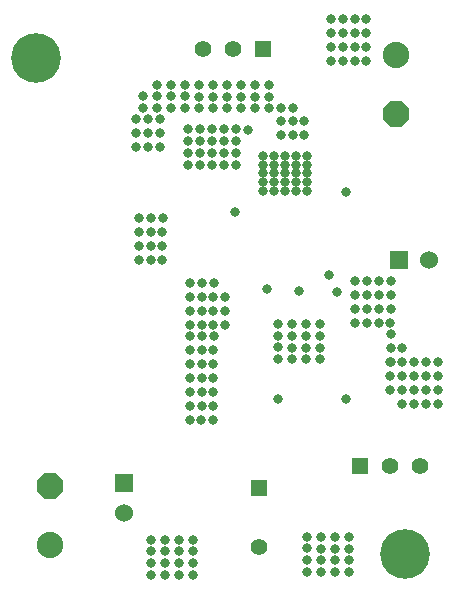
<source format=gbs>
G04*
G04 #@! TF.GenerationSoftware,Altium Limited,Altium Designer,21.6.4 (81)*
G04*
G04 Layer_Color=16711935*
%FSLAX44Y44*%
%MOMM*%
G71*
G04*
G04 #@! TF.SameCoordinates,349311D0-8F54-414D-B441-84A76E2CFB74*
G04*
G04*
G04 #@! TF.FilePolarity,Negative*
G04*
G01*
G75*
%ADD31R,1.4032X1.4032*%
%ADD32C,1.4032*%
%ADD33R,1.5240X1.5240*%
%ADD34C,1.5240*%
%ADD35R,1.5240X1.5240*%
%ADD36C,1.4212*%
%ADD37R,1.4212X1.4212*%
%ADD38C,2.2352*%
%ADD39P,2.4194X8X22.5*%
%ADD40C,0.8032*%
%ADD41C,4.2032*%
D31*
X228500Y96750D02*
D03*
D32*
Y46750D02*
D03*
D33*
X347300Y290000D02*
D03*
D34*
X372700D02*
D03*
X114500Y75550D02*
D03*
D35*
Y100950D02*
D03*
D36*
X364900Y115750D02*
D03*
X339500D02*
D03*
X181600Y468250D02*
D03*
X207000D02*
D03*
D37*
X314100Y115750D02*
D03*
X232400Y468250D02*
D03*
D38*
X52000Y48250D02*
D03*
X344500Y463250D02*
D03*
D39*
X52000Y98250D02*
D03*
X344500Y413250D02*
D03*
D40*
X130146Y428580D02*
D03*
X165764Y438470D02*
D03*
Y428470D02*
D03*
Y418470D02*
D03*
X153891D02*
D03*
Y428470D02*
D03*
Y438470D02*
D03*
X142018Y418470D02*
D03*
Y428470D02*
D03*
Y438470D02*
D03*
X130146Y418580D02*
D03*
X165764Y428470D02*
D03*
X201382Y438360D02*
D03*
Y428360D02*
D03*
Y418360D02*
D03*
X189509D02*
D03*
Y428360D02*
D03*
Y438360D02*
D03*
X177637Y418360D02*
D03*
Y428360D02*
D03*
Y438360D02*
D03*
X165764Y418470D02*
D03*
Y438470D02*
D03*
X219403Y400359D02*
D03*
X126890Y290132D02*
D03*
X235000Y265000D02*
D03*
X262465Y263801D02*
D03*
X295000Y262500D02*
D03*
X360000Y203755D02*
D03*
X350000D02*
D03*
X340000D02*
D03*
Y215627D02*
D03*
X350000D02*
D03*
X340000Y227500D02*
D03*
X350000Y215627D02*
D03*
X349890Y180009D02*
D03*
X339890D02*
D03*
Y191882D02*
D03*
X349890D02*
D03*
X359890D02*
D03*
X339890Y203755D02*
D03*
X349890D02*
D03*
X359890D02*
D03*
X340000Y215627D02*
D03*
X329890Y236882D02*
D03*
X320000Y272500D02*
D03*
X330000D02*
D03*
X340000D02*
D03*
Y260627D02*
D03*
X330000D02*
D03*
X320000D02*
D03*
X340000Y248755D02*
D03*
X330000D02*
D03*
X320000D02*
D03*
X339890Y236882D02*
D03*
X319890D02*
D03*
D03*
X310000Y272500D02*
D03*
X320000D02*
D03*
X330000D02*
D03*
Y260627D02*
D03*
X320000D02*
D03*
X310000D02*
D03*
X330000Y248755D02*
D03*
X320000D02*
D03*
X310000D02*
D03*
X329890Y236882D02*
D03*
X309890D02*
D03*
X179890Y154382D02*
D03*
X170000Y190000D02*
D03*
X180000D02*
D03*
X190000D02*
D03*
Y178127D02*
D03*
X180000D02*
D03*
X170000D02*
D03*
X190000Y166255D02*
D03*
X180000D02*
D03*
X170000D02*
D03*
X189890Y154382D02*
D03*
X169890D02*
D03*
X180110Y225618D02*
D03*
X190000Y190000D02*
D03*
X180000D02*
D03*
X170000D02*
D03*
Y201873D02*
D03*
X180000D02*
D03*
X190000D02*
D03*
X170000Y213745D02*
D03*
X180000D02*
D03*
X190000D02*
D03*
X170110Y225618D02*
D03*
X190110D02*
D03*
X302500Y172500D02*
D03*
Y347500D02*
D03*
X287500Y277500D02*
D03*
X267000Y395750D02*
D03*
X190000Y258745D02*
D03*
X180000Y246873D02*
D03*
X180110Y270618D02*
D03*
X190000Y246873D02*
D03*
X190110Y270618D02*
D03*
X200000Y246873D02*
D03*
Y258745D02*
D03*
X180000Y258745D02*
D03*
X256783Y235808D02*
D03*
X256783Y225808D02*
D03*
X268655Y235808D02*
D03*
X280528Y225808D02*
D03*
Y215808D02*
D03*
X256783D02*
D03*
X280528Y235808D02*
D03*
X244910Y225918D02*
D03*
X268655Y225808D02*
D03*
X244910Y235918D02*
D03*
X244910Y215918D02*
D03*
X268655Y215808D02*
D03*
X280528Y205808D02*
D03*
X256783D02*
D03*
X244910Y205918D02*
D03*
X268655Y205808D02*
D03*
X170110Y270618D02*
D03*
X146890Y313877D02*
D03*
X136890Y302005D02*
D03*
X146890Y290132D02*
D03*
Y302005D02*
D03*
X170000Y246873D02*
D03*
X136890Y290132D02*
D03*
X126890Y302005D02*
D03*
X170000Y258745D02*
D03*
X126890Y313877D02*
D03*
X136890D02*
D03*
X180000Y235000D02*
D03*
X208511Y330768D02*
D03*
X190000Y235000D02*
D03*
X200000Y235000D02*
D03*
X370000Y203755D02*
D03*
X379890Y191882D02*
D03*
X369890Y191882D02*
D03*
X380000Y203755D02*
D03*
X209500Y400750D02*
D03*
X232000Y378250D02*
D03*
X199175Y400750D02*
D03*
Y380750D02*
D03*
Y390750D02*
D03*
X209500Y380750D02*
D03*
Y390750D02*
D03*
X225127Y438250D02*
D03*
Y418250D02*
D03*
X237000D02*
D03*
Y428250D02*
D03*
X225127D02*
D03*
X237000Y438250D02*
D03*
X201382Y428360D02*
D03*
Y418360D02*
D03*
X213255Y428250D02*
D03*
Y418250D02*
D03*
Y438250D02*
D03*
X250750Y378250D02*
D03*
X257000Y407623D02*
D03*
Y395750D02*
D03*
X247000Y407623D02*
D03*
X247000Y418250D02*
D03*
X247000Y395750D02*
D03*
X241375Y378250D02*
D03*
X289610Y493868D02*
D03*
X127000Y325750D02*
D03*
X299610Y493868D02*
D03*
X241375Y370750D02*
D03*
X250750D02*
D03*
X232000D02*
D03*
X309500Y458250D02*
D03*
X201382Y438360D02*
D03*
X209500Y370750D02*
D03*
X188849Y400750D02*
D03*
X199175Y370750D02*
D03*
X232000Y355750D02*
D03*
X250750Y348250D02*
D03*
X241375Y355750D02*
D03*
Y363250D02*
D03*
X269500Y355750D02*
D03*
X232000Y363250D02*
D03*
Y348250D02*
D03*
X241375D02*
D03*
X260125D02*
D03*
Y363250D02*
D03*
X269500Y348250D02*
D03*
Y363250D02*
D03*
X250750Y355750D02*
D03*
X260125D02*
D03*
X250750Y363250D02*
D03*
X319500Y458250D02*
D03*
Y481996D02*
D03*
Y470123D02*
D03*
X309500Y481996D02*
D03*
X309610Y493868D02*
D03*
X309500Y470123D02*
D03*
X148873Y43140D02*
D03*
X269500Y45750D02*
D03*
X172618Y53140D02*
D03*
X269500Y35750D02*
D03*
X160746Y43140D02*
D03*
X160746Y53140D02*
D03*
X148873Y33140D02*
D03*
X172618D02*
D03*
X160746D02*
D03*
X172618Y43140D02*
D03*
X188849Y390750D02*
D03*
Y370750D02*
D03*
Y380750D02*
D03*
X178524Y390750D02*
D03*
Y370750D02*
D03*
Y380750D02*
D03*
X168199Y370750D02*
D03*
X160746Y23140D02*
D03*
X137000Y23250D02*
D03*
X147000Y325750D02*
D03*
X137000Y43250D02*
D03*
Y325750D02*
D03*
X178524Y400750D02*
D03*
X172618Y23140D02*
D03*
X148873D02*
D03*
X137000Y33250D02*
D03*
X305118Y25640D02*
D03*
Y45640D02*
D03*
X293246D02*
D03*
Y35640D02*
D03*
Y25640D02*
D03*
X305118Y35640D02*
D03*
X170000Y235000D02*
D03*
X148873Y53140D02*
D03*
X137000Y53250D02*
D03*
X369890Y180009D02*
D03*
X379890Y180009D02*
D03*
Y168136D02*
D03*
X359890Y180009D02*
D03*
X281373Y35640D02*
D03*
Y45640D02*
D03*
X281373Y55640D02*
D03*
X269500Y55750D02*
D03*
X289500Y481996D02*
D03*
Y458250D02*
D03*
Y470123D02*
D03*
X299500D02*
D03*
X267000Y407623D02*
D03*
X260125Y378250D02*
D03*
X257000Y418250D02*
D03*
X260125Y370750D02*
D03*
X269500D02*
D03*
X299500Y481996D02*
D03*
X269500Y378250D02*
D03*
X299500Y458250D02*
D03*
X134500Y385750D02*
D03*
Y409496D02*
D03*
X124500Y397623D02*
D03*
Y385750D02*
D03*
X144500Y409496D02*
D03*
Y397623D02*
D03*
Y385750D02*
D03*
X168199Y380750D02*
D03*
X134500Y397623D02*
D03*
X168199Y400750D02*
D03*
X124500Y409496D02*
D03*
X168199Y390750D02*
D03*
X305118Y55640D02*
D03*
X293246D02*
D03*
X359890Y168136D02*
D03*
X349890D02*
D03*
X319610Y493868D02*
D03*
X281373Y25640D02*
D03*
X245000Y172500D02*
D03*
X269500Y25750D02*
D03*
X369890Y168136D02*
D03*
D41*
X352000Y40750D02*
D03*
X39500Y460750D02*
D03*
M02*

</source>
